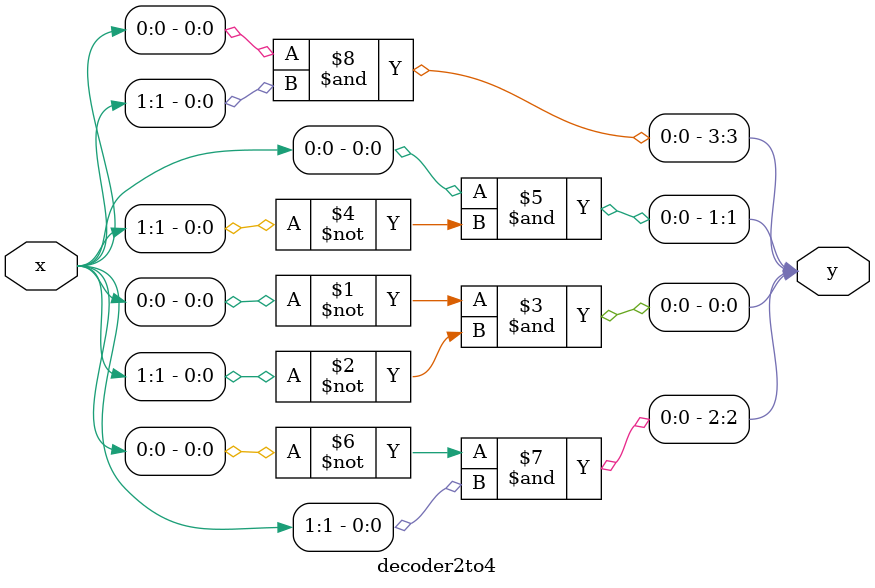
<source format=v>
module decoder2to4(x,y);
input [1:0]x;
output[3:0]y;
assign y[0]= ~x[0] & ~x[1];
assign y[1]= x[0] & ~x[1];
assign y[2]= ~x[0] & x[1];
assign y[3]=  x[0] & x[1];
endmodule 
</source>
